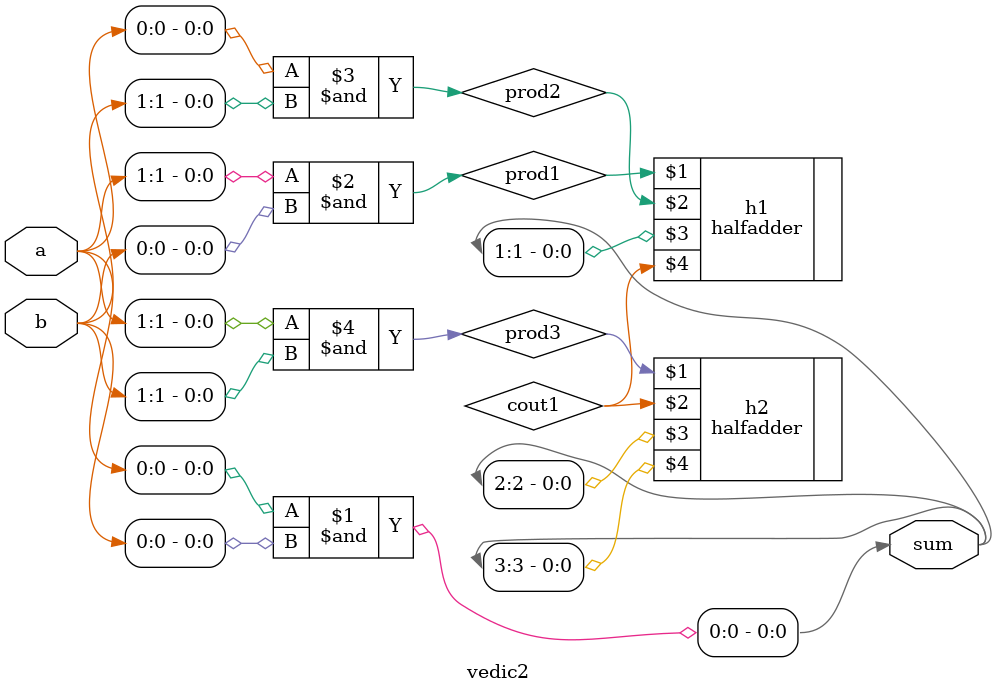
<source format=v>
module vedic2(a,b,sum);
input [1:0] a,b;
output [3:0] sum;
wire prod1,prod2,prod3,cout1;

and a1(sum[0],a[0],b[0]);
and a2(prod1,a[1],b[0]);
and a3(prod2,a[0],b[1]);
halfadder h1(prod1,prod2,sum[1],cout1);
and a4(prod3,a[1],b[1]);
halfadder h2(prod3,cout1,sum[2],sum[3]);

endmodule

</source>
